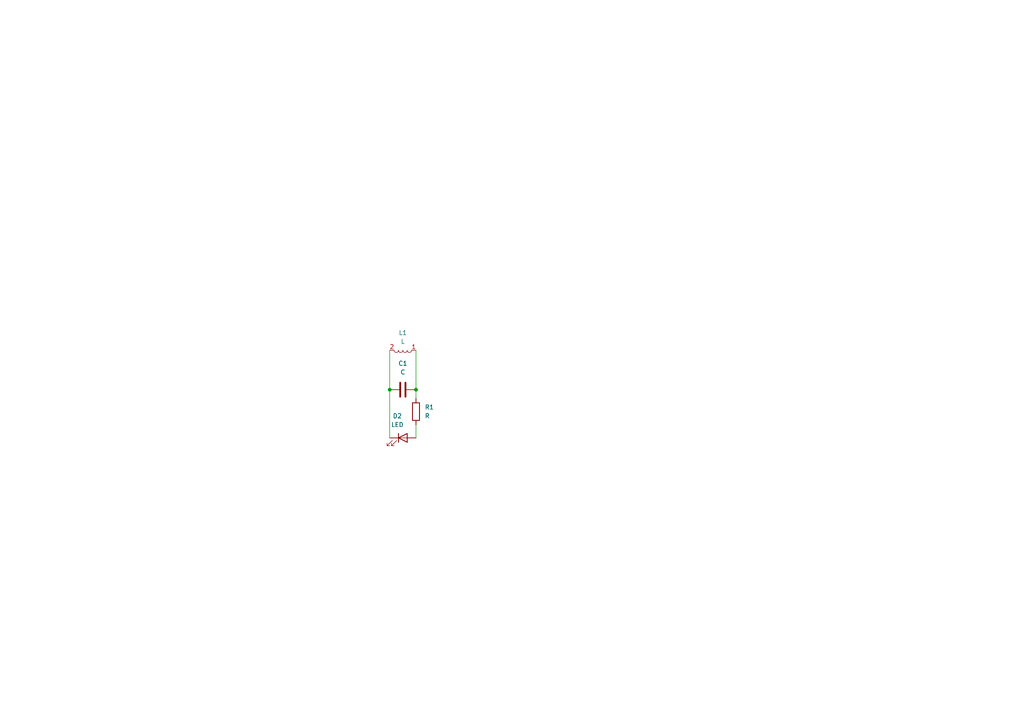
<source format=kicad_sch>
(kicad_sch
	(version 20250114)
	(generator "eeschema")
	(generator_version "9.0")
	(uuid "4e836832-915f-4469-b4fb-f5c51848ecb2")
	(paper "A4")
	(lib_symbols
		(symbol "Device:C"
			(pin_numbers
				(hide yes)
			)
			(pin_names
				(offset 0.254)
			)
			(exclude_from_sim no)
			(in_bom yes)
			(on_board yes)
			(property "Reference" "C"
				(at 0.635 2.54 0)
				(effects
					(font
						(size 1.27 1.27)
					)
					(justify left)
				)
			)
			(property "Value" "C"
				(at 0.635 -2.54 0)
				(effects
					(font
						(size 1.27 1.27)
					)
					(justify left)
				)
			)
			(property "Footprint" ""
				(at 0.9652 -3.81 0)
				(effects
					(font
						(size 1.27 1.27)
					)
					(hide yes)
				)
			)
			(property "Datasheet" "~"
				(at 0 0 0)
				(effects
					(font
						(size 1.27 1.27)
					)
					(hide yes)
				)
			)
			(property "Description" "Unpolarized capacitor"
				(at 0 0 0)
				(effects
					(font
						(size 1.27 1.27)
					)
					(hide yes)
				)
			)
			(property "ki_keywords" "cap capacitor"
				(at 0 0 0)
				(effects
					(font
						(size 1.27 1.27)
					)
					(hide yes)
				)
			)
			(property "ki_fp_filters" "C_*"
				(at 0 0 0)
				(effects
					(font
						(size 1.27 1.27)
					)
					(hide yes)
				)
			)
			(symbol "C_0_1"
				(polyline
					(pts
						(xy -2.032 0.762) (xy 2.032 0.762)
					)
					(stroke
						(width 0.508)
						(type default)
					)
					(fill
						(type none)
					)
				)
				(polyline
					(pts
						(xy -2.032 -0.762) (xy 2.032 -0.762)
					)
					(stroke
						(width 0.508)
						(type default)
					)
					(fill
						(type none)
					)
				)
			)
			(symbol "C_1_1"
				(pin passive line
					(at 0 3.81 270)
					(length 2.794)
					(name "~"
						(effects
							(font
								(size 1.27 1.27)
							)
						)
					)
					(number "1"
						(effects
							(font
								(size 1.27 1.27)
							)
						)
					)
				)
				(pin passive line
					(at 0 -3.81 90)
					(length 2.794)
					(name "~"
						(effects
							(font
								(size 1.27 1.27)
							)
						)
					)
					(number "2"
						(effects
							(font
								(size 1.27 1.27)
							)
						)
					)
				)
			)
			(embedded_fonts no)
		)
		(symbol "Device:LED"
			(pin_numbers
				(hide yes)
			)
			(pin_names
				(offset 1.016)
				(hide yes)
			)
			(exclude_from_sim no)
			(in_bom yes)
			(on_board yes)
			(property "Reference" "D"
				(at 0 2.54 0)
				(effects
					(font
						(size 1.27 1.27)
					)
				)
			)
			(property "Value" "LED"
				(at 0 -2.54 0)
				(effects
					(font
						(size 1.27 1.27)
					)
				)
			)
			(property "Footprint" ""
				(at 0 0 0)
				(effects
					(font
						(size 1.27 1.27)
					)
					(hide yes)
				)
			)
			(property "Datasheet" "~"
				(at 0 0 0)
				(effects
					(font
						(size 1.27 1.27)
					)
					(hide yes)
				)
			)
			(property "Description" "Light emitting diode"
				(at 0 0 0)
				(effects
					(font
						(size 1.27 1.27)
					)
					(hide yes)
				)
			)
			(property "Sim.Pins" "1=K 2=A"
				(at 0 0 0)
				(effects
					(font
						(size 1.27 1.27)
					)
					(hide yes)
				)
			)
			(property "ki_keywords" "LED diode"
				(at 0 0 0)
				(effects
					(font
						(size 1.27 1.27)
					)
					(hide yes)
				)
			)
			(property "ki_fp_filters" "LED* LED_SMD:* LED_THT:*"
				(at 0 0 0)
				(effects
					(font
						(size 1.27 1.27)
					)
					(hide yes)
				)
			)
			(symbol "LED_0_1"
				(polyline
					(pts
						(xy -3.048 -0.762) (xy -4.572 -2.286) (xy -3.81 -2.286) (xy -4.572 -2.286) (xy -4.572 -1.524)
					)
					(stroke
						(width 0)
						(type default)
					)
					(fill
						(type none)
					)
				)
				(polyline
					(pts
						(xy -1.778 -0.762) (xy -3.302 -2.286) (xy -2.54 -2.286) (xy -3.302 -2.286) (xy -3.302 -1.524)
					)
					(stroke
						(width 0)
						(type default)
					)
					(fill
						(type none)
					)
				)
				(polyline
					(pts
						(xy -1.27 0) (xy 1.27 0)
					)
					(stroke
						(width 0)
						(type default)
					)
					(fill
						(type none)
					)
				)
				(polyline
					(pts
						(xy -1.27 -1.27) (xy -1.27 1.27)
					)
					(stroke
						(width 0.254)
						(type default)
					)
					(fill
						(type none)
					)
				)
				(polyline
					(pts
						(xy 1.27 -1.27) (xy 1.27 1.27) (xy -1.27 0) (xy 1.27 -1.27)
					)
					(stroke
						(width 0.254)
						(type default)
					)
					(fill
						(type none)
					)
				)
			)
			(symbol "LED_1_1"
				(pin passive line
					(at -3.81 0 0)
					(length 2.54)
					(name "K"
						(effects
							(font
								(size 1.27 1.27)
							)
						)
					)
					(number "1"
						(effects
							(font
								(size 1.27 1.27)
							)
						)
					)
				)
				(pin passive line
					(at 3.81 0 180)
					(length 2.54)
					(name "A"
						(effects
							(font
								(size 1.27 1.27)
							)
						)
					)
					(number "2"
						(effects
							(font
								(size 1.27 1.27)
							)
						)
					)
				)
			)
			(embedded_fonts no)
		)
		(symbol "Device:R"
			(pin_numbers
				(hide yes)
			)
			(pin_names
				(offset 0)
			)
			(exclude_from_sim no)
			(in_bom yes)
			(on_board yes)
			(property "Reference" "R"
				(at 2.032 0 90)
				(effects
					(font
						(size 1.27 1.27)
					)
				)
			)
			(property "Value" "R"
				(at 0 0 90)
				(effects
					(font
						(size 1.27 1.27)
					)
				)
			)
			(property "Footprint" ""
				(at -1.778 0 90)
				(effects
					(font
						(size 1.27 1.27)
					)
					(hide yes)
				)
			)
			(property "Datasheet" "~"
				(at 0 0 0)
				(effects
					(font
						(size 1.27 1.27)
					)
					(hide yes)
				)
			)
			(property "Description" "Resistor"
				(at 0 0 0)
				(effects
					(font
						(size 1.27 1.27)
					)
					(hide yes)
				)
			)
			(property "ki_keywords" "R res resistor"
				(at 0 0 0)
				(effects
					(font
						(size 1.27 1.27)
					)
					(hide yes)
				)
			)
			(property "ki_fp_filters" "R_*"
				(at 0 0 0)
				(effects
					(font
						(size 1.27 1.27)
					)
					(hide yes)
				)
			)
			(symbol "R_0_1"
				(rectangle
					(start -1.016 -2.54)
					(end 1.016 2.54)
					(stroke
						(width 0.254)
						(type default)
					)
					(fill
						(type none)
					)
				)
			)
			(symbol "R_1_1"
				(pin passive line
					(at 0 3.81 270)
					(length 1.27)
					(name "~"
						(effects
							(font
								(size 1.27 1.27)
							)
						)
					)
					(number "1"
						(effects
							(font
								(size 1.27 1.27)
							)
						)
					)
				)
				(pin passive line
					(at 0 -3.81 90)
					(length 1.27)
					(name "~"
						(effects
							(font
								(size 1.27 1.27)
							)
						)
					)
					(number "2"
						(effects
							(font
								(size 1.27 1.27)
							)
						)
					)
				)
			)
			(embedded_fonts no)
		)
		(symbol "NFC_COIL_36.7x36.7_3uH:L"
			(pin_names
				(offset 1.016)
				(hide yes)
			)
			(exclude_from_sim no)
			(in_bom yes)
			(on_board yes)
			(property "Reference" "L"
				(at 4.064 2.032 0)
				(effects
					(font
						(size 1.27 1.27)
					)
				)
			)
			(property "Value" "L"
				(at -3.556 2.032 0)
				(effects
					(font
						(size 1.27 1.27)
					)
				)
			)
			(property "Footprint" "PCB_BusinessCard_lib:NFC_COIL_36.7x36.7_3uH"
				(at 1.524 -7.874 0)
				(effects
					(font
						(size 1.27 1.27)
					)
					(hide yes)
				)
			)
			(property "Datasheet" "~"
				(at 0 0 90)
				(effects
					(font
						(size 1.27 1.27)
					)
					(hide yes)
				)
			)
			(property "Description" "NFC_COIL_36.7x36.7_3uH"
				(at 0.254 -3.302 0)
				(do_not_autoplace)
				(effects
					(font
						(size 1.27 1.27)
					)
					(hide yes)
				)
			)
			(property "ki_keywords" "inductor choke coil reactor magnetic"
				(at 0 0 0)
				(effects
					(font
						(size 1.27 1.27)
					)
					(hide yes)
				)
			)
			(property "ki_fp_filters" "Choke_* *Coil* Inductor_* L_*"
				(at 0 0 0)
				(effects
					(font
						(size 1.27 1.27)
					)
					(hide yes)
				)
			)
			(symbol "L_0_1"
				(arc
					(start -1.27 0)
					(mid -1.905 -0.6323)
					(end -2.54 0)
					(stroke
						(width 0)
						(type default)
					)
					(fill
						(type none)
					)
				)
				(arc
					(start 0 0)
					(mid -0.635 -0.6323)
					(end -1.27 0)
					(stroke
						(width 0)
						(type default)
					)
					(fill
						(type none)
					)
				)
				(arc
					(start 1.27 0)
					(mid 0.635 -0.6323)
					(end 0 0)
					(stroke
						(width 0)
						(type default)
					)
					(fill
						(type none)
					)
				)
				(arc
					(start 2.54 0)
					(mid 1.905 -0.6323)
					(end 1.27 0)
					(stroke
						(width 0)
						(type default)
					)
					(fill
						(type none)
					)
				)
			)
			(symbol "L_1_1"
				(pin passive line
					(at -3.81 0 0)
					(length 1.27)
					(name "2"
						(effects
							(font
								(size 1.27 1.27)
							)
						)
					)
					(number "2"
						(effects
							(font
								(size 1.27 1.27)
							)
						)
					)
				)
				(pin passive line
					(at 3.81 0 180)
					(length 1.27)
					(name "1"
						(effects
							(font
								(size 1.27 1.27)
							)
						)
					)
					(number "1"
						(effects
							(font
								(size 1.27 1.27)
							)
						)
					)
				)
			)
			(embedded_fonts no)
		)
	)
	(junction
		(at 113.03 113.03)
		(diameter 0)
		(color 0 0 0 0)
		(uuid "22f87d78-4191-4adb-828d-846fef5deee6")
	)
	(junction
		(at 120.65 113.03)
		(diameter 0)
		(color 0 0 0 0)
		(uuid "3267f9be-de93-4e36-999f-70d8beab914b")
	)
	(wire
		(pts
			(xy 113.03 101.6) (xy 113.03 113.03)
		)
		(stroke
			(width 0)
			(type default)
		)
		(uuid "1d50b8b5-a33d-452f-9cde-1d3039d4c4c5")
	)
	(wire
		(pts
			(xy 120.65 101.6) (xy 120.65 113.03)
		)
		(stroke
			(width 0)
			(type default)
		)
		(uuid "6a336880-ac80-4594-b4c6-4644150dfb64")
	)
	(wire
		(pts
			(xy 113.03 113.03) (xy 113.03 127)
		)
		(stroke
			(width 0)
			(type default)
		)
		(uuid "80b29af6-6b82-4e28-84db-00dc05667319")
	)
	(wire
		(pts
			(xy 120.65 113.03) (xy 120.65 115.57)
		)
		(stroke
			(width 0)
			(type default)
		)
		(uuid "b5a9816f-a447-4753-9f3a-628b16355b58")
	)
	(wire
		(pts
			(xy 120.65 123.19) (xy 120.65 127)
		)
		(stroke
			(width 0)
			(type default)
		)
		(uuid "fefe9c3e-5e14-4658-80a6-c9a44b9038da")
	)
	(symbol
		(lib_id "Device:LED")
		(at 116.84 127 0)
		(unit 1)
		(exclude_from_sim no)
		(in_bom yes)
		(on_board yes)
		(dnp no)
		(fields_autoplaced yes)
		(uuid "1a44c470-c9d7-4c90-b770-bafac383c942")
		(property "Reference" "D2"
			(at 115.2525 120.65 0)
			(effects
				(font
					(size 1.27 1.27)
				)
			)
		)
		(property "Value" "LED"
			(at 115.2525 123.19 0)
			(effects
				(font
					(size 1.27 1.27)
				)
			)
		)
		(property "Footprint" "LED_SMD:LED_0603_1608Metric_Pad1.05x0.95mm_HandSolder"
			(at 116.84 127 0)
			(effects
				(font
					(size 1.27 1.27)
				)
				(hide yes)
			)
		)
		(property "Datasheet" "~"
			(at 116.84 127 0)
			(effects
				(font
					(size 1.27 1.27)
				)
				(hide yes)
			)
		)
		(property "Description" "Light emitting diode"
			(at 116.84 127 0)
			(effects
				(font
					(size 1.27 1.27)
				)
				(hide yes)
			)
		)
		(property "Sim.Pins" "1=K 2=A"
			(at 116.84 127 0)
			(effects
				(font
					(size 1.27 1.27)
				)
				(hide yes)
			)
		)
		(pin "2"
			(uuid "607e4938-3d64-463d-8c1a-31bc63e0ffe2")
		)
		(pin "1"
			(uuid "510806b3-b665-42cb-b54c-d50765b45e6e")
		)
		(instances
			(project ""
				(path "/4e836832-915f-4469-b4fb-f5c51848ecb2"
					(reference "D2")
					(unit 1)
				)
			)
		)
	)
	(symbol
		(lib_id "Device:C")
		(at 116.84 113.03 90)
		(unit 1)
		(exclude_from_sim no)
		(in_bom yes)
		(on_board yes)
		(dnp no)
		(fields_autoplaced yes)
		(uuid "6f552b5b-36e7-4639-aa2a-ca7a09c10527")
		(property "Reference" "C1"
			(at 116.84 105.41 90)
			(effects
				(font
					(size 1.27 1.27)
				)
			)
		)
		(property "Value" "C"
			(at 116.84 107.95 90)
			(effects
				(font
					(size 1.27 1.27)
				)
			)
		)
		(property "Footprint" "Capacitor_SMD:C_0603_1608Metric_Pad1.08x0.95mm_HandSolder"
			(at 120.65 112.0648 0)
			(effects
				(font
					(size 1.27 1.27)
				)
				(hide yes)
			)
		)
		(property "Datasheet" "~"
			(at 116.84 113.03 0)
			(effects
				(font
					(size 1.27 1.27)
				)
				(hide yes)
			)
		)
		(property "Description" "Unpolarized capacitor"
			(at 116.84 113.03 0)
			(effects
				(font
					(size 1.27 1.27)
				)
				(hide yes)
			)
		)
		(pin "1"
			(uuid "42331554-4510-4d62-8356-c309ed9e507e")
		)
		(pin "2"
			(uuid "a097764d-d7af-4188-9d73-c6c8ee99094c")
		)
		(instances
			(project ""
				(path "/4e836832-915f-4469-b4fb-f5c51848ecb2"
					(reference "C1")
					(unit 1)
				)
			)
		)
	)
	(symbol
		(lib_id "NFC_COIL_36.7x36.7_3uH:L")
		(at 116.84 101.6 0)
		(unit 1)
		(exclude_from_sim no)
		(in_bom yes)
		(on_board yes)
		(dnp no)
		(fields_autoplaced yes)
		(uuid "726f264a-4253-4ef0-801d-997bd189106f")
		(property "Reference" "L1"
			(at 116.84 96.52 0)
			(effects
				(font
					(size 1.27 1.27)
				)
			)
		)
		(property "Value" "L"
			(at 116.84 99.06 0)
			(effects
				(font
					(size 1.27 1.27)
				)
			)
		)
		(property "Footprint" "lib:NFC_COIL_36.7x36.7_3uH"
			(at 118.364 109.474 0)
			(effects
				(font
					(size 1.27 1.27)
				)
				(hide yes)
			)
		)
		(property "Datasheet" "~"
			(at 116.84 101.6 90)
			(effects
				(font
					(size 1.27 1.27)
				)
				(hide yes)
			)
		)
		(property "Description" "NFC_COIL_36.7x36.7_3uH"
			(at 117.094 104.902 0)
			(do_not_autoplace yes)
			(effects
				(font
					(size 1.27 1.27)
				)
				(hide yes)
			)
		)
		(pin "1"
			(uuid "68b6aab5-ebfb-4fe8-81c8-51880fd3851f")
		)
		(pin "2"
			(uuid "282c3704-711c-49da-a77f-44173f380d27")
		)
		(instances
			(project ""
				(path "/4e836832-915f-4469-b4fb-f5c51848ecb2"
					(reference "L1")
					(unit 1)
				)
			)
		)
	)
	(symbol
		(lib_id "Device:R")
		(at 120.65 119.38 0)
		(unit 1)
		(exclude_from_sim no)
		(in_bom yes)
		(on_board yes)
		(dnp no)
		(fields_autoplaced yes)
		(uuid "ee0c4f66-209b-4c9b-8c72-dcec35b68bec")
		(property "Reference" "R1"
			(at 123.19 118.1099 0)
			(effects
				(font
					(size 1.27 1.27)
				)
				(justify left)
			)
		)
		(property "Value" "R"
			(at 123.19 120.6499 0)
			(effects
				(font
					(size 1.27 1.27)
				)
				(justify left)
			)
		)
		(property "Footprint" "Resistor_SMD:R_0603_1608Metric_Pad0.98x0.95mm_HandSolder"
			(at 118.872 119.38 90)
			(effects
				(font
					(size 1.27 1.27)
				)
				(hide yes)
			)
		)
		(property "Datasheet" "~"
			(at 120.65 119.38 0)
			(effects
				(font
					(size 1.27 1.27)
				)
				(hide yes)
			)
		)
		(property "Description" "Resistor"
			(at 120.65 119.38 0)
			(effects
				(font
					(size 1.27 1.27)
				)
				(hide yes)
			)
		)
		(pin "1"
			(uuid "3a6cb950-adf7-489d-8f4a-f89b3e35d1bb")
		)
		(pin "2"
			(uuid "aa5a23a5-bdc4-477e-a8a1-abf60f04e86d")
		)
		(instances
			(project ""
				(path "/4e836832-915f-4469-b4fb-f5c51848ecb2"
					(reference "R1")
					(unit 1)
				)
			)
		)
	)
	(sheet_instances
		(path "/"
			(page "1")
		)
	)
	(embedded_fonts no)
)

</source>
